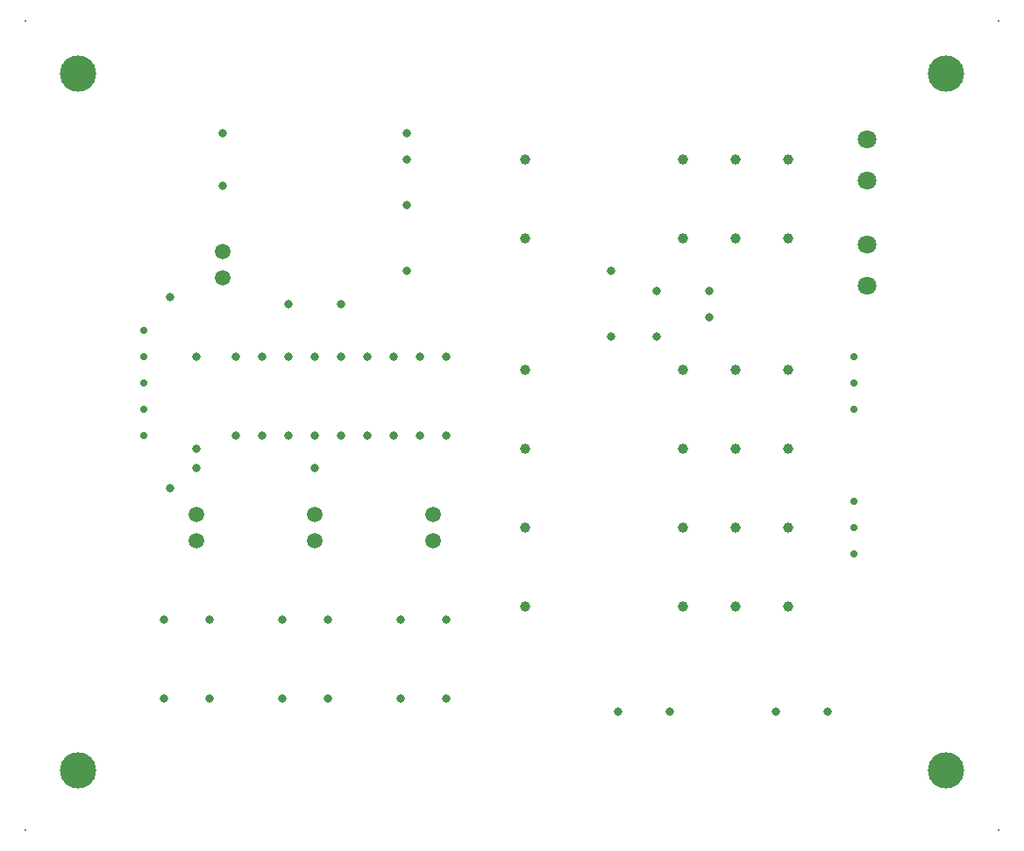
<source format=gbr>
G04                                                                  *
G04 SOURCE        : LAYO1 PCB.EXE VERSION 10                         *
G04 FORMAT        : GERBER RS-274X, Inch, 2.4, Leading Zero          *
G04 TITLE         : CNC3018SWITCHER_DRILL PROGRAM                    *
G04 TIME          : Thursday, May 11, 2023  21:45:25                 *
G04                                                                  *
G04 Board width   : 120.000 mm. =  4.7244 inch                       *
G04 Board height  : 100.000 mm. =  3.9370 inch                       *
G04 Board offset  :   0.000 mm. =  0.0000 inch                       *
G04 Board offset  :   0.000 mm. =  0.0000 inch                       *
G04                                                                  *
G04 Apertures:                                                       *
G04       Type          X       Y             X       Y        Used  *
G04                      Inches                Metric                *
G04 D10   Round       0.1378  0.1378        3.500   3.500         4  *
G04 D11   Round       0.0315  0.0315        0.800   0.800        54  *
G04 D12   Round       0.0591  0.0591        1.500   1.500         8  *
G04 D13   Round       0.0709  0.0709        1.800   1.800         4  *
G04 D14   Round       0.0276  0.0276        0.700   0.700        11  *
G04 D15   Round       0.0394  0.0394        1.000   1.000        24  *
G04 D16   Round       0.0079  0.0079        0.200   0.200         4  *
G04                                                                  *
%FSLAX24Y24*
MOIN*
SFA1.0B1.0*%
%ADD10C,0.1378*%
%ADD11C,0.0315*%
%ADD12C,0.0591*%
%ADD13C,0.0709*%
%ADD14C,0.0276*%
%ADD15C,0.0394*%
%ADD16C,0.0079*%
%LNDRILL PROGRAM*%
G54D10*
X007000Y033370D03*
X007000Y006870D03*
X040000Y006870D03*
X040000Y033370D03*
G54D11*
X029000Y025120D03*
X029000Y023370D03*
X019500Y028370D03*
X019500Y025870D03*
X010500Y024870D03*
X010500Y017620D03*
X016000Y018370D03*
X011500Y018370D03*
X011500Y019120D03*
X011500Y022620D03*
X027250Y025870D03*
X027250Y023370D03*
X012500Y029120D03*
X012500Y031120D03*
X019500Y030120D03*
X019500Y031120D03*
X031000Y024120D03*
X031000Y025120D03*
X035500Y009120D03*
X033531Y009120D03*
X029500Y009120D03*
X027531Y009120D03*
X012000Y012620D03*
X012000Y009620D03*
X010250Y009620D03*
X010250Y012620D03*
X016500Y012620D03*
X016500Y009620D03*
X014750Y009620D03*
X014750Y012620D03*
X021000Y012620D03*
X021000Y009620D03*
X019250Y009620D03*
X019250Y012620D03*
X013000Y019620D03*
X014000Y019620D03*
X015000Y019620D03*
X016000Y019620D03*
X017000Y019620D03*
X018000Y019620D03*
X019000Y019620D03*
X020000Y019620D03*
X021000Y019620D03*
X021000Y022620D03*
X020000Y022620D03*
X019000Y022620D03*
X018000Y022620D03*
X017000Y022620D03*
X016000Y022620D03*
X015000Y022620D03*
X014000Y022620D03*
X013000Y022620D03*
X017000Y024620D03*
X015000Y024620D03*
G54D12*
X012500Y026620D03*
X012500Y025620D03*
X011500Y015620D03*
X011500Y016620D03*
X016000Y015620D03*
X016000Y016620D03*
X020500Y015620D03*
X020500Y016620D03*
G54D13*
X037000Y030870D03*
X037000Y029308D03*
X037000Y026870D03*
X037000Y025308D03*
G54D14*
X036500Y020620D03*
X036500Y021620D03*
X036500Y022620D03*
X036500Y015120D03*
X036500Y016120D03*
X036500Y017120D03*
X009500Y019620D03*
X009500Y020620D03*
X009500Y021620D03*
X009500Y022620D03*
X009500Y023620D03*
G54D15*
X024000Y027120D03*
X024000Y030120D03*
X032000Y027120D03*
X030000Y027120D03*
X034000Y027120D03*
X032000Y030120D03*
X030000Y030120D03*
X034000Y030120D03*
X024000Y013120D03*
X024000Y016120D03*
X032000Y013120D03*
X030000Y013120D03*
X034000Y013120D03*
X032000Y016120D03*
X030000Y016120D03*
X034000Y016120D03*
X024000Y019120D03*
X024000Y022120D03*
X032000Y019120D03*
X030000Y019120D03*
X034000Y019120D03*
X032000Y022120D03*
X030000Y022120D03*
X034000Y022120D03*
G54D16*
X005000Y035370D03*
X042000Y035370D03*
X042000Y004620D03*
X005000Y004620D03*
M02*

</source>
